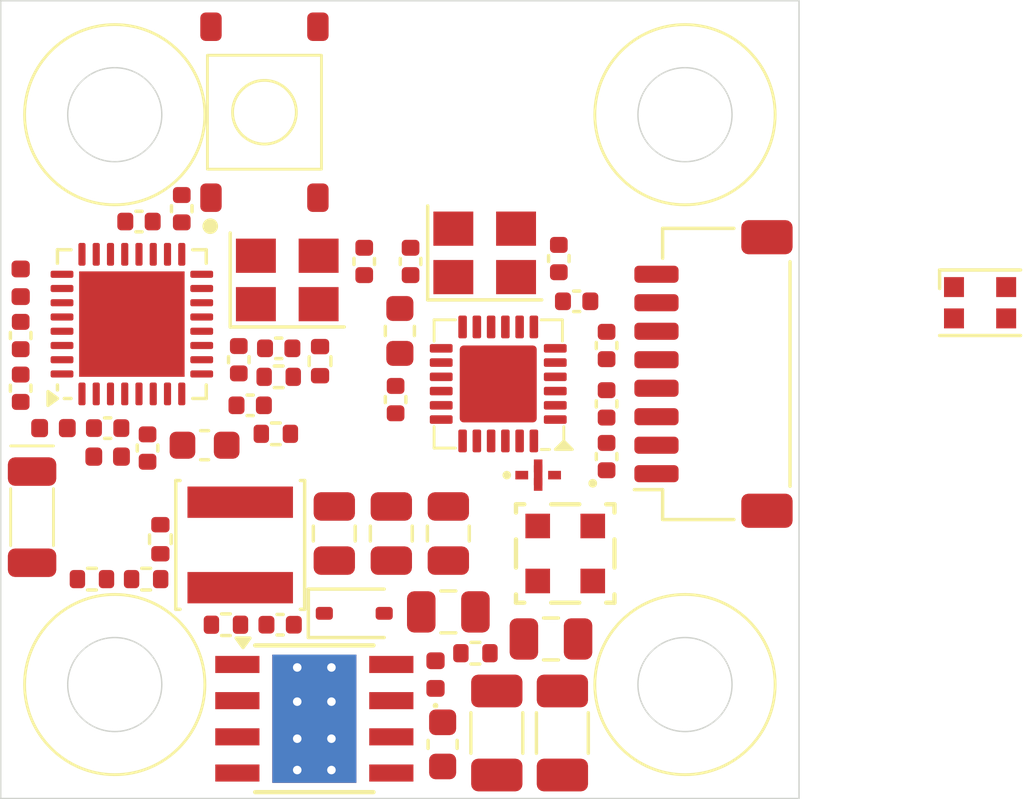
<source format=kicad_pcb>
(kicad_pcb (version 20240108) (generator "pcbnew") (generator_version "8.0")
  (layers (0 "F.Cu" signal) (1 "In1.Cu" signal) (2 "In2.Cu" signal) (31 "B.Cu" signal) (34 "B.Paste" user) (35 "F.Paste" user) (36 "B.SilkS" user "B.Silkscreen") (37 "F.SilkS" user "F.Silkscreen") (38 "B.Mask" user) (39 "F.Mask" user) (44 "Edge.Cuts" user))
  (net 0 "")
  (net 1 "Net-(AE1-A)")
  (net 2 "GND")
  (net 6 "Net-(FL1-OUT)")
  (net 7 "/IO9")
  (net 8 "/EN")
  (net 9 "+3.3V")
  (net 10 "Net-(C7-Pad1)")
  (net 11 "Net-(U1-XTAL_N)")
  (net 12 "+3V3")
  (net 13 "VDD3P3")
  (net 14 "Net-(RF1-VBAT)")
  (net 15 "Net-(RF1-VR_PA)")
  (net 16 "Net-(RF1-DCC_FB)")
  (net 17 "Net-(RF1-XTA)")
  (net 18 "Net-(RF1-XTB)")
  (net 19 "VCC")
  (net 20 "Net-(U3-BOOT)")
  (net 21 "Net-(D2-K)")
  (net 23 "/IO10")
  (net 24 "Net-(D3-A)")
  (net 25 "Net-(FL1-IN)")
  (net 27 "/ESC_Current")
  (net 28 "/ESC_Telemetry")
  (net 30 "/IO3")
  (net 32 "/IO2")
  (net 33 "Net-(U1-LNA_IN)")
  (net 34 "Net-(U1-XTAL_P)")
  (net 35 "Net-(RF1-DCC_SW)")
  (net 36 "/IO8")
  (net 37 "Net-(U3-VSENSE)")
  (net 38 "Net-(R6-Pad1)")
  (net 39 "Net-(R7-Pad1)")
  (net 41 "/IO0")
  (net 43 "/SS")
  (net 44 "/IO1")
  (net 45 "/MISO")
  (net 46 "/MOSI")
  (net 47 "/SCK")
  (net 50 "/USBD-")
  (net 52 "/USBD+")
  (net 54 "/RX")
  (net 55 "/TX")
  (footprint "Capacitor_SMD:C_0402_1005Metric" (layer "F.Cu") (at 54.15 64.7 90)
    (property "Reference" "C11" (hide yes))
    (property "Value" "100n" (hide yes))
    (fp_line (start -0.107836 -0.36) (end 0.107836 -0.36) (stroke (width 0.12)) (layer "F.SilkS"))
    (fp_line (start -0.107836 0.36) (end 0.107836 0.36) (stroke (width 0.12)) (layer "F.SilkS"))
    (pad "1" smd roundrect (at -0.48 0 90) (size 0.56 0.62) (layers "F.Cu" "F.Paste" "F.Mask") (net 12 "+3V3"))
    (pad "2" smd roundrect (at 0.48 0 90) (size 0.56 0.62) (layers "F.Cu" "F.Paste" "F.Mask") (net 2 "GND"))
  )
  (footprint "Resistor_SMD:R_0402_1005Metric" (layer "F.Cu") (at 58.75 62.2 180)
    (property "Reference" "R2" (hide yes))
    (property "Value" "10k" (hide yes))
    (fp_line (start -0.153641 0.38) (end 0.153641 0.38) (stroke (width 0.12)) (layer "F.SilkS"))
    (fp_line (start -0.153641 -0.38) (end 0.153641 -0.38) (stroke (width 0.12)) (layer "F.SilkS"))
    (pad "1" smd roundrect (at -0.51 0 180) (size 0.54 0.64) (layers "F.Cu" "F.Paste" "F.Mask") (net 9 "+3.3V"))
    (pad "2" smd roundrect (at 0.51 0 180) (size 0.54 0.64) (layers "F.Cu" "F.Paste" "F.Mask") (net 36 "/IO8"))
  )
  (footprint "Capacitor_SMD:C_0402_1005Metric" (layer "F.Cu") (at 62.85 63 -90)
    (property "Reference" "C13" (hide yes))
    (property "Value" "100n" (hide yes))
    (fp_line (start -0.107836 0.36) (end 0.107836 0.36) (stroke (width 0.12)) (layer "F.SilkS"))
    (fp_line (start -0.107836 -0.36) (end 0.107836 -0.36) (stroke (width 0.12)) (layer "F.SilkS"))
    (pad "1" smd roundrect (at -0.48 0 270) (size 0.56 0.62) (layers "F.Cu" "F.Paste" "F.Mask") (net 14 "Net-(RF1-VBAT)"))
    (pad "2" smd roundrect (at 0.48 0 270) (size 0.56 0.62) (layers "F.Cu" "F.Paste" "F.Mask") (net 2 "GND"))
  )
  (footprint "Capacitor_SMD:C_0402_1005Metric" (layer "F.Cu") (at 57.75 63.2)
    (property "Reference" "C1" (hide yes))
    (property "Value" "1µ" (hide yes))
    (fp_line (start -0.107836 -0.36) (end 0.107836 -0.36) (stroke (width 0.12)) (layer "F.SilkS"))
    (fp_line (start -0.107836 0.36) (end 0.107836 0.36) (stroke (width 0.12)) (layer "F.SilkS"))
    (pad "1" smd roundrect (at -0.48 0) (size 0.56 0.62) (layers "F.Cu" "F.Paste" "F.Mask") (net 8 "/EN"))
    (pad "2" smd roundrect (at 0.48 0) (size 0.56 0.62) (layers "F.Cu" "F.Paste" "F.Mask") (net 2 "GND"))
  )
  (footprint "Crystal:Crystal_SMD_3225-4Pin_3.2x2.5mm" (layer "F.Cu") (at 65.975 57.85)
    (property "Reference" "Y2" (hide yes))
    (property "Value" "52MHz" (hide yes))
    (fp_line (start -2 -1.65) (end -2 1.65) (stroke (width 0.12)) (layer "F.SilkS"))
    (fp_line (start -2 1.65) (end 2 1.65) (stroke (width 0.12)) (layer "F.SilkS"))
    (pad "1" smd rect (at -1.1 0.85) (size 1.4 1.2) (layers "F.Cu" "F.Paste" "F.Mask") (net 2 "GND"))
    (pad "2" smd rect (at 1.1 0.85) (size 1.4 1.2) (layers "F.Cu" "F.Paste" "F.Mask") (net 17 "Net-(RF1-XTA)"))
    (pad "3" smd rect (at 1.1 -0.85) (size 1.4 1.2) (layers "F.Cu" "F.Paste" "F.Mask") (net 2 "GND"))
    (pad "4" smd rect (at -1.1 -0.85) (size 1.4 1.2) (layers "F.Cu" "F.Paste" "F.Mask") (net 18 "Net-(RF1-XTB)"))
  )
  (footprint "Capacitor_SMD:C_0402_1005Metric" (layer "F.Cu") (at 57.35 61.6 90)
    (property "Reference" "C2" (hide yes))
    (property "Value" "100n" (hide yes))
    (fp_line (start -0.107836 -0.36) (end 0.107836 -0.36) (stroke (width 0.12)) (layer "F.SilkS"))
    (fp_line (start -0.107836 0.36) (end 0.107836 0.36) (stroke (width 0.12)) (layer "F.SilkS"))
    (pad "1" smd roundrect (at -0.48 0 90) (size 0.56 0.62) (layers "F.Cu" "F.Paste" "F.Mask") (net 2 "GND"))
    (pad "2" smd roundrect (at 0.48 0 90) (size 0.56 0.62) (layers "F.Cu" "F.Paste" "F.Mask") (net 9 "+3.3V"))
  )
  (footprint "components:0402 RF Filter" (layer "F.Cu") (at 67.85 65.65)
    (property "Reference" "FL1" (hide yes))
    (property "Value" "~" (hide yes))
    (fp_line (start 0 -0.325) (end 0 0.325) (stroke (width 0.3)) (layer "F.Cu"))
    (fp_circle (center -1.1 0) (end -1 0) (stroke (width 0.1)) (fill solid) (layer "F.SilkS"))
    (pad "1" smd rect (at 0 -0.325 90) (size 0.45 0.3) (layers "F.Cu" "F.Paste" "F.Mask") (net 2 "GND"))
    (pad "2" smd rect (at 0.575 0 180) (size 0.45 0.3) (layers "F.Cu" "F.Paste" "F.Mask") (net 6 "Net-(FL1-OUT)"))
    (pad "3" smd rect (at 0 0.325 90) (size 0.45 0.3) (layers "F.Cu" "F.Paste" "F.Mask") (net 2 "GND"))
    (pad "4" smd rect (at -0.575 0 180) (size 0.45 0.3) (layers "F.Cu" "F.Paste" "F.Mask") (net 25 "Net-(FL1-IN)"))
  )
  (footprint "Capacitor_SMD:C_0402_1005Metric" (layer "F.Cu") (at 58.8 70.9)
    (property "Reference" "C22" (hide yes))
    (property "Value" "10n" (hide yes))
    (fp_line (start -0.107836 -0.36) (end 0.107836 -0.36) (stroke (width 0.12)) (layer "F.SilkS"))
    (fp_line (start -0.107836 0.36) (end 0.107836 0.36) (stroke (width 0.12)) (layer "F.SilkS"))
    (pad "1" smd roundrect (at -0.48 0) (size 0.56 0.62) (layers "F.Cu" "F.Paste" "F.Mask") (net 20 "Net-(U3-BOOT)"))
    (pad "2" smd roundrect (at 0.48 0) (size 0.56 0.62) (layers "F.Cu" "F.Paste" "F.Mask") (net 21 "Net-(D2-K)"))
  )
  (footprint "Resistor_SMD:R_0402_1005Metric" (layer "F.Cu") (at 56.9 70.9)
    (property "Reference" "R8" (hide yes))
    (property "Value" "200" (hide yes))
    (fp_line (start -0.153641 -0.38) (end 0.153641 -0.38) (stroke (width 0.12)) (layer "F.SilkS"))
    (fp_line (start -0.153641 0.38) (end 0.153641 0.38) (stroke (width 0.12)) (layer "F.SilkS"))
    (pad "1" smd roundrect (at -0.51 0) (size 0.54 0.64) (layers "F.Cu" "F.Paste" "F.Mask") (net 37 "Net-(U3-VSENSE)"))
    (pad "2" smd roundrect (at 0.51 0) (size 0.54 0.64) (layers "F.Cu" "F.Paste" "F.Mask") (net 39 "Net-(R7-Pad1)"))
  )
  (footprint "Capacitor_SMD:C_0805_2012Metric" (layer "F.Cu") (at 62.7 67.7 -90)
    (property "Reference" "C24" (hide yes))
    (property "Value" "47µ" (hide yes))
    (fp_line (start -0.261252 0.735) (end 0.261252 0.735) (stroke (width 0.12)) (layer "F.SilkS"))
    (fp_line (start -0.261252 -0.735) (end 0.261252 -0.735) (stroke (width 0.12)) (layer "F.SilkS"))
    (pad "1" smd roundrect (at -0.95 0 270) (size 1 1.45) (layers "F.Cu" "F.Paste" "F.Mask") (net 12 "+3V3"))
    (pad "2" smd roundrect (at 0.95 0 270) (size 1 1.45) (layers "F.Cu" "F.Paste" "F.Mask") (net 2 "GND"))
  )
  (footprint "Resistor_SMD:R_0402_1005Metric" (layer "F.Cu") (at 60.2 61.65 90)
    (property "Reference" "R3" (hide yes))
    (property "Value" "10k" (hide yes))
    (fp_line (start -0.153641 -0.38) (end 0.153641 -0.38) (stroke (width 0.12)) (layer "F.SilkS"))
    (fp_line (start -0.153641 0.38) (end 0.153641 0.38) (stroke (width 0.12)) (layer "F.SilkS"))
    (pad "1" smd roundrect (at -0.51 0 90) (size 0.54 0.64) (layers "F.Cu" "F.Paste" "F.Mask") (net 9 "+3.3V"))
    (pad "2" smd roundrect (at 0.51 0 90) (size 0.54 0.64) (layers "F.Cu" "F.Paste" "F.Mask") (net 7 "/IO9"))
  )
  (footprint "Capacitor_SMD:C_0402_1005Metric" (layer "F.Cu") (at 58.75 61.2)
    (property "Reference" "C8" (hide yes))
    (property "Value" "12n" (hide yes))
    (fp_line (start -0.107836 -0.36) (end 0.107836 -0.36) (stroke (width 0.12)) (layer "F.SilkS"))
    (fp_line (start -0.107836 0.36) (end 0.107836 0.36) (stroke (width 0.12)) (layer "F.SilkS"))
    (pad "1" smd roundrect (at -0.48 0) (size 0.56 0.62) (layers "F.Cu" "F.Paste" "F.Mask") (net 11 "Net-(U1-XTAL_N)"))
    (pad "2" smd roundrect (at 0.48 0) (size 0.56 0.62) (layers "F.Cu" "F.Paste" "F.Mask") (net 2 "GND"))
  )
  (footprint "Connector_JST:JST_SH_SM08B-SRSS-TB_1x08-1MP_P1.00mm_Horizontal" (layer "F.Cu") (at 74 62.1 90)
    (property "Reference" "J1" (hide yes))
    (property "Value" "Conn_01x08_MountingPin" (hide yes))
    (fp_line (start 5.11 -1.785) (end 4.06 -1.785) (stroke (width 0.12)) (layer "F.SilkS"))
    (fp_line (start -4.06 -1.785) (end -4.06 -2.775) (stroke (width 0.12)) (layer "F.SilkS"))
    (fp_line (start -5.11 -1.785) (end -4.06 -1.785) (stroke (width 0.12)) (layer "F.SilkS"))
    (fp_line (start 5.11 0.715) (end 5.11 -1.785) (stroke (width 0.12)) (layer "F.SilkS"))
    (fp_line (start -5.11 0.715) (end -5.11 -1.785) (stroke (width 0.12)) (layer "F.SilkS"))
    (fp_line (start -3.94 2.685) (end 3.94 2.685) (stroke (width 0.12)) (layer "F.SilkS"))
    (pad "1" smd roundrect (at -3.5 -2 90) (size 0.6 1.55) (layers "F.Cu" "F.Paste" "F.Mask") (net 19 "VCC"))
    (pad "2" smd roundrect (at -2.5 -2 90) (size 0.6 1.55) (layers "F.Cu" "F.Paste" "F.Mask") (net 2 "GND"))
    (pad "3" smd roundrect (at -1.5 -2 90) (size 0.6 1.55) (layers "F.Cu" "F.Paste" "F.Mask") (net 27 "/ESC_Current"))
    (pad "4" smd roundrect (at -0.5 -2 90) (size 0.6 1.55) (layers "F.Cu" "F.Paste" "F.Mask") (net 28 "/ESC_Telemetry"))
    (pad "5" smd roundrect (at 0.5 -2 90) (size 0.6 1.55) (layers "F.Cu" "F.Paste" "F.Mask") (net 32 "/IO2"))
    (pad "6" smd roundrect (at 1.5 -2 90) (size 0.6 1.55) (layers "F.Cu" "F.Paste" "F.Mask") (net 30 "/IO3"))
    (pad "7" smd roundrect (at 2.5 -2 90) (size 0.6 1.55) (layers "F.Cu" "F.Paste" "F.Mask"))
    (pad "8" smd roundrect (at 3.5 -2 90) (size 0.6 1.55) (layers "F.Cu" "F.Paste" "F.Mask"))
    (pad "MP" smd roundrect (at -4.8 1.875 90) (size 1.2 1.8) (layers "F.Cu" "F.Paste" "F.Mask") (roundrect_rratio 0.208333))
    (pad "MP" smd roundrect (at 4.8 1.875 90) (size 1.2 1.8) (layers "F.Cu" "F.Paste" "F.Mask") (roundrect_rratio 0.208333))
  )
  (footprint "Resistor_SMD:R_0402_1005Metric" (layer "F.Cu") (at 52.2 69.3 180)
    (property "Reference" "R6" (hide yes))
    (property "Value" "510" (hide yes))
    (fp_line (start -0.153641 0.38) (end 0.153641 0.38) (stroke (width 0.12)) (layer "F.SilkS"))
    (fp_line (start -0.153641 -0.38) (end 0.153641 -0.38) (stroke (width 0.12)) (layer "F.SilkS"))
    (pad "1" smd roundrect (at -0.51 0 180) (size 0.54 0.64) (layers "F.Cu" "F.Paste" "F.Mask") (net 38 "Net-(R6-Pad1)"))
    (pad "2" smd roundrect (at 0.51 0 180) (size 0.54 0.64) (layers "F.Cu" "F.Paste" "F.Mask") (net 2 "GND"))
  )
  (footprint "Capacitor_SMD:C_0805_2012Metric" (layer "F.Cu") (at 64.7 67.7 -90)
    (property "Reference" "C25" (hide yes))
    (property "Value" "47µ" (hide yes))
    (fp_line (start -0.261252 0.735) (end 0.261252 0.735) (stroke (width 0.12)) (layer "F.SilkS"))
    (fp_line (start -0.261252 -0.735) (end 0.261252 -0.735) (stroke (width 0.12)) (layer "F.SilkS"))
    (pad "1" smd roundrect (at -0.95 0 270) (size 1 1.45) (layers "F.Cu" "F.Paste" "F.Mask") (net 12 "+3V3"))
    (pad "2" smd roundrect (at 0.95 0 270) (size 1 1.45) (layers "F.Cu" "F.Paste" "F.Mask") (net 2 "GND"))
  )
  (footprint "Capacitor_SMD:C_0402_1005Metric" (layer "F.Cu") (at 52.75 64)
    (property "Reference" "C10" (hide yes))
    (property "Value" "1µ" (hide yes))
    (fp_line (start -0.107836 -0.36) (end 0.107836 -0.36) (stroke (width 0.12)) (layer "F.SilkS"))
    (fp_line (start -0.107836 0.36) (end 0.107836 0.36) (stroke (width 0.12)) (layer "F.SilkS"))
    (pad "1" smd roundrect (at -0.48 0) (size 0.56 0.62) (layers "F.Cu" "F.Paste" "F.Mask") (net 13 "VDD3P3"))
    (pad "2" smd roundrect (at 0.48 0) (size 0.56 0.62) (layers "F.Cu" "F.Paste" "F.Mask") (net 2 "GND"))
  )
  (footprint "Capacitor_SMD:C_0402_1005Metric" (layer "F.Cu") (at 53.85 56.75)
    (property "Reference" "C4" (hide yes))
    (property "Value" "1µ" (hide yes))
    (fp_line (start -0.107836 -0.36) (end 0.107836 -0.36) (stroke (width 0.12)) (layer "F.SilkS"))
    (fp_line (start -0.107836 0.36) (end 0.107836 0.36) (stroke (width 0.12)) (layer "F.SilkS"))
    (pad "1" smd roundrect (at -0.48 0) (size 0.56 0.62) (layers "F.Cu" "F.Paste" "F.Mask") (net 2 "GND"))
    (pad "2" smd roundrect (at 0.48 0) (size 0.56 0.62) (layers "F.Cu" "F.Paste" "F.Mask") (net 9 "+3.3V"))
  )
  (footprint "LED_SMD:LED_0402_1005Metric" (layer "F.Cu") (at 64.25 72.65 90)
    (property "Reference" "D3" (hide yes))
    (property "Value" "LED" (hide yes))
    (fp_circle (center -1.09 0) (end -1.04 0) (stroke (width 0.1)) (fill none) (layer "F.SilkS"))
    (pad "1" smd roundrect (at -0.485 0 90) (size 0.59 0.64) (layers "F.Cu" "F.Paste" "F.Mask") (net 2 "GND"))
    (pad "2" smd roundrect (at 0.485 0 90) (size 0.59 0.64) (layers "F.Cu" "F.Paste" "F.Mask") (net 24 "Net-(D3-A)"))
  )
  (footprint "Inductor_SMD:L_Changjiang_FNR4012S" (layer "F.Cu") (at 57.4 68.1 90)
    (property "Reference" "L6" (hide yes))
    (property "Value" "33µH" (hide yes))
    (fp_line (start 2.26 -2.26) (end 2.26 -2.11) (stroke (width 0.12)) (layer "F.SilkS"))
    (fp_line (start -2.26 -2.26) (end 2.26 -2.26) (stroke (width 0.12)) (layer "F.SilkS"))
    (fp_line (start -2.26 -2.26) (end -2.26 -2.11) (stroke (width 0.12)) (layer "F.SilkS"))
    (fp_line (start 2.26 2.26) (end 2.26 2.11) (stroke (width 0.12)) (layer "F.SilkS"))
    (fp_line (start -2.26 2.26) (end -2.26 2.11) (stroke (width 0.12)) (layer "F.SilkS"))
    (fp_line (start -2.26 2.26) (end 2.26 2.26) (stroke (width 0.12)) (layer "F.SilkS"))
    (pad "1" smd rect (at -1.5 0 90) (size 1.1 3.7) (layers "F.Cu" "F.Paste" "F.Mask") (net 21 "Net-(D2-K)"))
    (pad "2" smd rect (at 1.5 0 90) (size 1.1 3.7) (layers "F.Cu" "F.Paste" "F.Mask") (net 12 "+3V3"))
  )
  (footprint "Resistor_SMD:R_0402_1005Metric" (layer "F.Cu") (at 65.65 71.9 180)
    (property "Reference" "R4" (hide yes))
    (property "Value" "R" (hide yes))
    (fp_line (start -0.153641 0.38) (end 0.153641 0.38) (stroke (width 0.12)) (layer "F.SilkS"))
    (fp_line (start -0.153641 -0.38) (end 0.153641 -0.38) (stroke (width 0.12)) (layer "F.SilkS"))
    (pad "1" smd roundrect (at -0.51 0 180) (size 0.54 0.64) (layers "F.Cu" "F.Paste" "F.Mask") (net 12 "+3V3"))
    (pad "2" smd roundrect (at 0.51 0 180) (size 0.54 0.64) (layers "F.Cu" "F.Paste" "F.Mask") (net 24 "Net-(D3-A)"))
  )
  (footprint "Inductor_SMD:L_0603_1608Metric" (layer "F.Cu") (at 63 60.59 -90)
    (property "Reference" "L5" (hide yes))
    (property "Value" "15µH" (hide yes))
    (fp_line (start -0.162779 0.51) (end 0.162779 0.51) (stroke (width 0.12)) (layer "F.SilkS"))
    (fp_line (start -0.162779 -0.51) (end 0.162779 -0.51) (stroke (width 0.12)) (layer "F.SilkS"))
    (pad "1" smd roundrect (at -0.7875 0 270) (size 0.875 0.95) (layers "F.Cu" "F.Paste" "F.Mask") (net 16 "Net-(RF1-DCC_FB)"))
    (pad "2" smd roundrect (at 0.7875 0 270) (size 0.875 0.95) (layers "F.Cu" "F.Paste" "F.Mask") (net 35 "Net-(RF1-DCC_SW)"))
  )
  (footprint "Package_DFN_QFN:QFN-32-1EP_5x5mm_P0.5mm_EP3.7x3.7mm" (layer "F.Cu") (at 53.6 60.35 90)
    (property "Reference" "U1" (hide yes))
    (property "Value" "ESP32-C3" (hide yes))
    (fp_line (start 2.61 -2.61) (end 2.61 -2.135) (stroke (width 0.12)) (layer "F.SilkS"))
    (fp_line (start 2.135 -2.61) (end 2.61 -2.61) (stroke (width 0.12)) (layer "F.SilkS"))
    (fp_line (start -2.135 -2.61) (end -2.31 -2.61) (stroke (width 0.12)) (layer "F.SilkS"))
    (fp_line (start -2.61 -2.135) (end -2.61 -2.37) (stroke (width 0.12)) (layer "F.SilkS"))
    (fp_line (start 2.61 2.61) (end 2.61 2.135) (stroke (width 0.12)) (layer "F.SilkS"))
    (fp_line (start 2.135 2.61) (end 2.61 2.61) (stroke (width 0.12)) (layer "F.SilkS"))
    (fp_line (start -2.135 2.61) (end -2.61 2.61) (stroke (width 0.12)) (layer "F.SilkS"))
    (fp_line (start -2.61 2.61) (end -2.61 2.135) (stroke (width 0.12)) (layer "F.SilkS"))
    (fp_poly (pts (xy -2.61 -2.61) (xy -2.85 -2.94) (xy -2.37 -2.94) (xy -2.61 -2.61)) (stroke (width 0.12)) (fill solid) (layer "F.SilkS"))
    (pad "1" smd roundrect (at -2.45 -1.75 90) (size 0.8 0.25) (layers "F.Cu" "F.Paste" "F.Mask") (net 33 "Net-(U1-LNA_IN)"))
    (pad "2" smd roundrect (at -2.45 -1.25 90) (size 0.8 0.25) (layers "F.Cu" "F.Paste" "F.Mask") (net 13 "VDD3P3"))
    (pad "3" smd roundrect (at -2.45 -0.75 90) (size 0.8 0.25) (layers "F.Cu" "F.Paste" "F.Mask") (net 13 "VDD3P3"))
    (pad "4" smd roundrect (at -2.45 -0.25 90) (size 0.8 0.25) (layers "F.Cu" "F.Paste" "F.Mask") (net 41 "/IO0"))
    (pad "5" smd roundrect (at -2.45 0.25 90) (size 0.8 0.25) (layers "F.Cu" "F.Paste" "F.Mask") (net 44 "/IO1"))
    (pad "6" smd roundrect (at -2.45 0.75 90) (size 0.8 0.25) (layers "F.Cu" "F.Paste" "F.Mask") (net 32 "/IO2"))
    (pad "7" smd roundrect (at -2.45 1.25 90) (size 0.8 0.25) (layers "F.Cu" "F.Paste" "F.Mask") (net 8 "/EN"))
    (pad "8" smd roundrect (at -2.45 1.75 90) (size 0.8 0.25) (layers "F.Cu" "F.Paste" "F.Mask") (net 30 "/IO3"))
    (pad "9" smd roundrect (at -1.75 2.45 90) (size 0.25 0.8) (layers "F.Cu" "F.Paste" "F.Mask") (net 43 "/SS"))
    (pad "10" smd roundrect (at -1.25 2.45 90) (size 0.25 0.8) (layers "F.Cu" "F.Paste" "F.Mask") (net 45 "/MISO"))
    (pad "11" smd roundrect (at -0.75 2.45 90) (size 0.25 0.8) (layers "F.Cu" "F.Paste" "F.Mask") (net 9 "+3.3V"))
    (pad "12" smd roundrect (at -0.25 2.45 90) (size 0.25 0.8) (layers "F.Cu" "F.Paste" "F.Mask") (net 47 "/SCK"))
    (pad "13" smd roundrect (at 0.25 2.45 90) (size 0.25 0.8) (layers "F.Cu" "F.Paste" "F.Mask") (net 46 "/MOSI"))
    (pad "14" smd roundrect (at 0.75 2.45 90) (size 0.25 0.8) (layers "F.Cu" "F.Paste" "F.Mask") (net 36 "/IO8"))
    (pad "15" smd roundrect (at 1.25 2.45 90) (size 0.25 0.8) (layers "F.Cu" "F.Paste" "F.Mask") (net 7 "/IO9"))
    (pad "16" smd roundrect (at 1.75 2.45 90) (size 0.25 0.8) (layers "F.Cu" "F.Paste" "F.Mask") (net 23 "/IO10"))
    (pad "17" smd roundrect (at 2.45 1.75 90) (size 0.8 0.25) (layers "F.Cu" "F.Paste" "F.Mask") (net 9 "+3.3V"))
    (pad "18" smd roundrect (at 2.45 1.25 90) (size 0.8 0.25) (layers "F.Cu" "F.Paste" "F.Mask") (net 9 "+3.3V"))
    (pad "19" smd roundrect (at 2.45 0.75 90) (size 0.8 0.25) (layers "F.Cu" "F.Paste" "F.Mask"))
    (pad "20" smd roundrect (at 2.45 0.25 90) (size 0.8 0.25) (layers "F.Cu" "F.Paste" "F.Mask"))
    (pad "21" smd roundrect (at 2.45 -0.25 90) (size 0.8 0.25) (layers "F.Cu" "F.Paste" "F.Mask"))
    (pad "22" smd roundrect (at 2.45 -0.75 90) (size 0.8 0.25) (layers "F.Cu" "F.Paste" "F.Mask"))
    (pad "23" smd roundrect (at 2.45 -1.25 90) (size 0.8 0.25) (layers "F.Cu" "F.Paste" "F.Mask"))
    (pad "24" smd roundrect (at 2.45 -1.75 90) (size 0.8 0.25) (layers "F.Cu" "F.Paste" "F.Mask"))
    (pad "25" smd roundrect (at 1.75 -2.45 90) (size 0.25 0.8) (layers "F.Cu" "F.Paste" "F.Mask") (net 50 "/USBD-"))
    (pad "26" smd roundrect (at 1.25 -2.45 90) (size 0.25 0.8) (layers "F.Cu" "F.Paste" "F.Mask") (net 52 "/USBD+"))
    (pad "27" smd roundrect (at 0.75 -2.45 90) (size 0.25 0.8) (layers "F.Cu" "F.Paste" "F.Mask") (net 54 "/RX"))
    (pad "28" smd roundrect (at 0.25 -2.45 90) (size 0.25 0.8) (layers "F.Cu" "F.Paste" "F.Mask") (net 55 "/TX"))
    (pad "29" smd roundrect (at -0.25 -2.45 90) (size 0.25 0.8) (layers "F.Cu" "F.Paste" "F.Mask") (net 11 "Net-(U1-XTAL_N)"))
    (pad "30" smd roundrect (at -0.75 -2.45 90) (size 0.25 0.8) (layers "F.Cu" "F.Paste" "F.Mask") (net 34 "Net-(U1-XTAL_P)"))
    (pad "31" smd roundrect (at -1.25 -2.45 90) (size 0.25 0.8) (layers "F.Cu" "F.Paste" "F.Mask") (net 9 "+3.3V"))
    (pad "32" smd roundrect (at -1.75 -2.45 90) (size 0.25 0.8) (layers "F.Cu" "F.Paste" "F.Mask") (net 9 "+3.3V"))
    (pad "33" smd rect (at 0 0 90) (size 3.7 3.7) (property pad_prop_heatsink) (layers "F.Cu" "F.Mask") (net 2 "GND"))
  )
  (footprint "Capacitor_SMD:C_1206_3216Metric" (layer "F.Cu") (at 66.4 74.7 -90)
    (property "Reference" "C20" (hide yes))
    (property "Value" "22µ" (hide yes))
    (fp_line (start -0.711252 0.91) (end 0.711252 0.91) (stroke (width 0.12)) (layer "F.SilkS"))
    (fp_line (start -0.711252 -0.91) (end 0.711252 -0.91) (stroke (width 0.12)) (layer "F.SilkS"))
    (pad "1" smd roundrect (at -1.475 0 270) (size 1.15 1.8) (layers "F.Cu" "F.Paste" "F.Mask") (roundrect_rratio 0.217391) (net 19 "VCC"))
    (pad "2" smd roundrect (at 1.475 0 270) (size 1.15 1.8) (layers "F.Cu" "F.Paste" "F.Mask") (roundrect_rratio 0.217391) (net 2 "GND"))
  )
  (footprint "Capacitor_SMD:C_0805_2012Metric" (layer "F.Cu") (at 64.7 70.45 180)
    (property "Reference" "C26" (hide yes))
    (property "Value" "47µ" (hide yes))
    (fp_line (start -0.261252 0.735) (end 0.261252 0.735) (stroke (width 0.12)) (layer "F.SilkS"))
    (fp_line (start -0.261252 -0.735) (end 0.261252 -0.735) (stroke (width 0.12)) (layer "F.SilkS"))
    (pad "1" smd roundrect (at -0.95 0 180) (size 1 1.45) (layers "F.Cu" "F.Paste" "F.Mask") (net 12 "+3V3"))
    (pad "2" smd roundrect (at 0.95 0 180) (size 1 1.45) (layers "F.Cu" "F.Paste" "F.Mask") (net 2 "GND"))
  )
  (footprint "LED_SMD:LED_WS2812B-2020_PLCC4_2.0x2.0mm" (layer "F.Cu") (at 83.35 59.6)
    (property "Reference" "D1" (hide yes))
    (property "Value" "WS2812B-2020" (hide yes))
    (fp_line (start -1.42 -1.15) (end -1.42 -0.5) (stroke (width 0.12)) (layer "F.SilkS"))
    (fp_line (start -1.42 -1.15) (end 1.42 -1.15) (stroke (width 0.12)) (layer "F.SilkS"))
    (fp_line (start -1.42 1.15) (end 1.42 1.15) (stroke (width 0.12)) (layer "F.SilkS"))
    (pad "1" smd rect (at -0.915 -0.55) (size 0.7 0.7) (layers "F.Cu" "F.Paste" "F.Mask"))
    (pad "2" smd rect (at -0.915 0.55) (size 0.7 0.7) (layers "F.Cu" "F.Paste" "F.Mask") (net 2 "GND"))
    (pad "3" smd rect (at 0.915 0.55) (size 0.7 0.7) (layers "F.Cu" "F.Paste" "F.Mask") (net 23 "/IO10"))
    (pad "4" smd rect (at 0.915 -0.55) (size 0.7 0.7) (layers "F.Cu" "F.Paste" "F.Mask") (net 12 "+3V3"))
  )
  (footprint "Package_SO:TI_SO-PowerPAD-8_ThermalVias" (layer "F.Cu") (at 60 74.2)
    (property "Reference" "U3" (hide yes))
    (property "Value" "TPS5430DDA" (hide yes))
    (fp_line (start -2.075 -2.575) (end 2.075 -2.575) (stroke (width 0.15)) (layer "F.SilkS"))
    (fp_line (start -2.075 2.575) (end 2.075 2.575) (stroke (width 0.15)) (layer "F.SilkS"))
    (fp_poly (pts (xy -2.5 -2.5) (xy -2.74 -2.83) (xy -2.26 -2.83) (xy -2.5 -2.5)) (stroke (width 0.12)) (fill solid) (layer "F.SilkS"))
    (pad "1" smd rect (at -2.7 -1.905) (size 1.55 0.6) (layers "F.Cu" "F.Paste" "F.Mask") (net 20 "Net-(U3-BOOT)"))
    (pad "2" smd rect (at -2.7 -0.635) (size 1.55 0.6) (layers "F.Cu" "F.Paste" "F.Mask"))
    (pad "3" smd rect (at -2.7 0.635) (size 1.55 0.6) (layers "F.Cu" "F.Paste" "F.Mask"))
    (pad "4" smd rect (at -2.7 1.905) (size 1.55 0.6) (layers "F.Cu" "F.Paste" "F.Mask") (net 37 "Net-(U3-VSENSE)"))
    (pad "5" smd rect (at 2.7 1.905) (size 1.55 0.6) (layers "F.Cu" "F.Paste" "F.Mask"))
    (pad "6" smd rect (at 2.7 0.635) (size 1.55 0.6) (layers "F.Cu" "F.Paste" "F.Mask") (net 2 "GND"))
    (pad "7" smd rect (at 2.7 -0.635) (size 1.55 0.6) (layers "F.Cu" "F.Paste" "F.Mask") (net 19 "VCC"))
    (pad "8" smd rect (at 2.7 -1.905) (size 1.55 0.6) (layers "F.Cu" "F.Paste" "F.Mask") (net 21 "Net-(D2-K)"))
    (pad "9" thru_hole circle (at -0.6 -1.8) (size 0.6 0.6) (drill 0.3) (layers "*.Cu") (net 2 "GND"))
    (pad "9" thru_hole circle (at -0.6 -0.6) (size 0.6 0.6) (drill 0.3) (layers "*.Cu") (net 2 "GND"))
    (pad "9" thru_hole circle (at -0.6 0.7) (size 0.6 0.6) (drill 0.3) (layers "*.Cu") (net 2 "GND"))
    (pad "9" thru_hole circle (at -0.6 1.8) (size 0.6 0.6) (drill 0.3) (layers "*.Cu") (net 2 "GND"))
    (pad "9" smd rect (at 0 0) (size 2.6 3.1) (layers "F.Cu" "F.Paste" "F.Mask") (net 2 "GND"))
    (pad "9" smd rect (at 0 0) (size 2.95 4.5) (layers "F.Cu") (net 2 "GND"))
    (pad "9" smd rect (at 0 0) (size 2.95 4.5) (layers "B.Cu") (net 2 "GND"))
    (pad "9" thru_hole circle (at 0.6 -1.8) (size 0.6 0.6) (drill 0.3) (layers "*.Cu") (net 2 "GND"))
    (pad "9" thru_hole circle (at 0.6 -0.6) (size 0.6 0.6) (drill 0.3) (layers "*.Cu") (net 2 "GND"))
    (pad "9" thru_hole circle (at 0.6 0.7) (size 0.6 0.6) (drill 0.3) (layers "*.Cu") (net 2 "GND"))
    (pad "9" thru_hole circle (at 0.6 1.8) (size 0.6 0.6) (drill 0.3) (layers "*.Cu") (net 2 "GND"))
  )
  (footprint "Capacitor_SMD:C_0805_2012Metric" (layer "F.Cu") (at 60.7 67.7 -90)
    (property "Reference" "C23" (hide yes))
    (property "Value" "47µ" (hide yes))
    (fp_line (start -0.261252 0.735) (end 0.261252 0.735) (stroke (width 0.12)) (layer "F.SilkS"))
    (fp_line (start -0.261252 -0.735) (end 0.261252 -0.735) (stroke (width 0.12)) (layer "F.SilkS"))
    (pad "1" smd roundrect (at -0.95 0 270) (size 1 1.45) (layers "F.Cu" "F.Paste" "F.Mask") (net 12 "+3V3"))
    (pad "2" smd roundrect (at 0.95 0 270) (size 1 1.45) (layers "F.Cu" "F.Paste" "F.Mask") (net 2 "GND"))
  )
  (footprint "Capacitor_SMD:C_0603_1608Metric" (layer "F.Cu") (at 64.5 75.1 -90)
    (property "Reference" "C21" (hide yes))
    (property "Value" "10µ" (hide yes))
    (fp_line (start -0.14058 0.51) (end 0.14058 0.51) (stroke (width 0.12)) (layer "F.SilkS"))
    (fp_line (start -0.14058 -0.51) (end 0.14058 -0.51) (stroke (width 0.12)) (layer "F.SilkS"))
    (pad "1" smd roundrect (at -0.775 0 270) (size 0.9 0.95) (layers "F.Cu" "F.Paste" "F.Mask") (net 19 "VCC"))
    (pad "2" smd roundrect (at 0.775 0 270) (size 0.9 0.95) (layers "F.Cu" "F.Paste" "F.Mask") (net 2 "GND"))
  )
  (footprint "Inductor_SMD:L_0402_1005Metric" (layer "F.Cu") (at 52.75 65 180)
    (property "Reference" "L1" (hide yes))
    (property "Value" "2.0n" (hide yes))
    (pad "1" smd roundrect (at -0.485 0 180) (size 0.59 0.64) (layers "F.Cu" "F.Paste" "F.Mask") (net 12 "+3V3"))
    (pad "2" smd roundrect (at 0.485 0 180) (size 0.59 0.64) (layers "F.Cu" "F.Paste" "F.Mask") (net 13 "VDD3P3"))
  )
  (footprint "Capacitor_SMD:C_0402_1005Metric" (layer "F.Cu") (at 61.75 58.15 -90)
    (property "Reference" "C7" (hide yes))
    (property "Value" "12n" (hide yes))
    (fp_line (start -0.107836 0.36) (end 0.107836 0.36) (stroke (width 0.12)) (layer "F.SilkS"))
    (fp_line (start -0.107836 -0.36) (end 0.107836 -0.36) (stroke (width 0.12)) (layer "F.SilkS"))
    (pad "1" smd roundrect (at -0.48 0 270) (size 0.56 0.62) (layers "F.Cu" "F.Paste" "F.Mask") (net 10 "Net-(C7-Pad1)"))
    (pad "2" smd roundrect (at 0.48 0 270) (size 0.56 0.62) (layers "F.Cu" "F.Paste" "F.Mask") (net 2 "GND"))
  )
  (footprint "components:1206 antenna" (layer "F.Cu") (at 50.1 67.125 -90)
    (property "Reference" "AE1" (hide yes))
    (property "Value" "Antenna_Shield" (hide yes))
    (fp_line (start -1 0.75) (end 1 0.75) (stroke (width 0.1)) (layer "F.SilkS"))
    (fp_line (start -2.5 -0.75) (end -2.5 0.75) (stroke (width 0.1)) (layer "F.SilkS"))
    (fp_line (start -1 -0.75) (end 1 -0.75) (stroke (width 0.1)) (layer "F.SilkS"))
    (pad "1" smd roundrect (at -1.6 0 270) (size 1 1.7) (layers "F.Cu" "F.Paste" "F.Mask") (net 1 "Net-(AE1-A)"))
    (pad "2" smd roundrect (at 1.6 0 270) (size 1 1.7) (layers "F.Cu" "F.Paste" "F.Mask"))
  )
  (footprint "components:button" (layer "F.Cu") (at 58.25 52.913196 90)
    (property "Reference" "BN1" (hide yes))
    (property "Value" "~" (hide yes))
    (fp_rect (start -2 -2) (end 2 2) (stroke (width 0.1)) (fill none) (layer "F.SilkS"))
    (fp_circle (center -4 -1.9) (end -3.776393 -1.9) (stroke (width 0.1)) (fill solid) (layer "F.SilkS"))
    (fp_circle (center 0 0) (end 0.5 -1) (stroke (width 0.1)) (fill none) (layer "F.SilkS"))
    (pad "1" smd roundrect (at -3 -1.875 90) (size 1 0.75) (layers "F.Cu" "F.Paste" "F.Mask") (net 7 "/IO9"))
    (pad "2" smd roundrect (at 3 -1.875 90) (size 1 0.75) (layers "F.Cu" "F.Paste" "F.Mask") (net 7 "/IO9"))
    (pad "3" smd roundrect (at -3 1.875 90) (size 1 0.75) (layers "F.Cu" "F.Paste" "F.Mask") (net 2 "GND"))
    (pad "4" smd roundrect (at 3 1.875 90) (size 1 0.75) (layers "F.Cu" "F.Paste" "F.Mask") (net 2 "GND"))
  )
  (footprint "components:ANT_47948-0001_MOL" (layer "F.Cu") (at 68.8 68.4 -90)
    (property "Reference" "AE2" (hide yes))
    (property "Value" "0479480001" (hide yes))
    (fp_line (start -1.7272 1.7272) (end -1.436387 1.7272) (stroke (width 0.1524)) (layer "F.SilkS"))
    (fp_line (start -0.494013 1.7272) (end 0.494013 1.7272) (stroke (width 0.1524)) (layer "F.SilkS"))
    (fp_line (start 1.436387 1.7272) (end 1.7272 1.7272) (stroke (width 0.1524)) (layer "F.SilkS"))
    (fp_line (start 1.7272 1.7272) (end 1.7272 1.437834) (stroke (width 0.1524)) (layer "F.SilkS"))
    (fp_line (start -1.7272 1.437834) (end -1.7272 1.7272) (stroke (width 0.1524)) (layer "F.SilkS"))
    (fp_line (start 1.7272 0.492164) (end 1.7272 -0.492164) (stroke (width 0.1524)) (layer "F.SilkS"))
    (fp_line (start -1.7272 -0.492164) (end -1.7272 0.492164) (stroke (width 0.1524)) (layer "F.SilkS"))
    (fp_line (start 1.7272 -1.437834) (end 1.7272 -1.7272) (stroke (width 0.1524)) (layer "F.SilkS"))
    (fp_line (start -1.7272 -1.7272) (end -1.7272 -1.437834) (stroke (width 0.1524)) (layer "F.SilkS"))
    (fp_line (start -1.436387 -1.7272) (end -1.7272 -1.7272) (stroke (width 0.1524)) (layer "F.SilkS"))
    (fp_line (start 0.494013 -1.7272) (end -0.494013 -1.7272) (stroke (width 0.1524)) (layer "F.SilkS"))
    (fp_line (start 1.7272 -1.7272) (end 1.436387 -1.7272) (stroke (width 0.1524)) (layer "F.SilkS"))
    (fp_circle (center -2.4636 -0.965) (end -2.3874 -0.965) (stroke (width 0.1524)) (fill none) (layer "F.SilkS"))
    (pad "1" smd rect (at -0.9652 -0.964999 270) (size 0.8636 0.8636) (layers "F.Cu" "F.Paste" "F.Mask") (net 6 "Net-(FL1-OUT)"))
    (pad "2" smd rect (at -0.9652 0.964999 270) (size 0.8636 0.8636) (layers "F.Cu" "F.Paste" "F.Mask"))
    (pad "3" smd rect (at 0.9652 0.964999 270) (size 0.8636 0.8636) (layers "F.Cu" "F.Paste" "F.Mask"))
    (pad "4" smd rect (at 0.9652 -0.964999 270) (size 0.8636 0.8636) (layers "F.Cu" "F.Paste" "F.Mask"))
  )
  (footprint "Capacitor_SMD:C_0402_1005Metric" (layer "F.Cu") (at 49.7 60.75 -90)
    (property "Reference" "C5" (hide yes))
    (property "Value" "10n" (hide yes))
    (fp_line (start -0.107836 0.36) (end 0.107836 0.36) (stroke (width 0.12)) (layer "F.SilkS"))
    (fp_line (start -0.107836 -0.36) (end 0.107836 -0.36) (stroke (width 0.12)) (layer "F.SilkS"))
    (pad "1" smd roundrect (at -0.48 0 270) (size 0.56 0.62) (layers "F.Cu" "F.Paste" "F.Mask") (net 2 "GND"))
    (pad "2" smd roundrect (at 0.48 0 270) (size 0.56 0.62) (layers "F.Cu" "F.Paste" "F.Mask") (net 9 "+3.3V"))
  )
  (footprint "Capacitor_SMD:C_1206_3216Metric" (layer "F.Cu") (at 68.7 74.7 -90)
    (property "Reference" "C19" (hide yes))
    (property "Value" "22µ" (hide yes))
    (fp_line (start -0.711252 0.91) (end 0.711252 0.91) (stroke (width 0.12)) (layer "F.SilkS"))
    (fp_line (start -0.711252 -0.91) (end 0.711252 -0.91) (stroke (width 0.12)) (layer "F.SilkS"))
    (pad "1" smd roundrect (at -1.475 0 270) (size 1.15 1.8) (layers "F.Cu" "F.Paste" "F.Mask") (roundrect_rratio 0.217391) (net 19 "VCC"))
    (pad "2" smd roundrect (at 1.475 0 270) (size 1.15 1.8) (layers "F.Cu" "F.Paste" "F.Mask") (roundrect_rratio 0.217391) (net 2 "GND"))
  )
  (footprint "Capacitor_SMD:C_0402_1005Metric" (layer "F.Cu") (at 69.2 59.55 180)
    (property "Reference" "C12" (hide yes))
    (property "Value" "100n" (hide yes))
    (fp_line (start -0.107836 0.36) (end 0.107836 0.36) (stroke (width 0.12)) (layer "F.SilkS"))
    (fp_line (start -0.107836 -0.36) (end 0.107836 -0.36) (stroke (width 0.12)) (layer "F.SilkS"))
    (pad "1" smd roundrect (at -0.48 0 180) (size 0.56 0.62) (layers "F.Cu" "F.Paste" "F.Mask") (net 14 "Net-(RF1-VBAT)"))
    (pad "2" smd roundrect (at 0.48 0 180) (size 0.56 0.62) (layers "F.Cu" "F.Paste" "F.Mask") (net 2 "GND"))
  )
  (footprint "Capacitor_SMD:C_0402_1005Metric" (layer "F.Cu") (at 55.35 56.3 -90)
    (property "Reference" "C3" (hide yes))
    (property "Value" "100n" (hide yes))
    (fp_line (start -0.107836 0.36) (end 0.107836 0.36) (stroke (width 0.12)) (layer "F.SilkS"))
    (fp_line (start -0.107836 -0.36) (end 0.107836 -0.36) (stroke (width 0.12)) (layer "F.SilkS"))
    (pad "1" smd roundrect (at -0.48 0 270) (size 0.56 0.62) (layers "F.Cu" "F.Paste" "F.Mask") (net 2 "GND"))
    (pad "2" smd roundrect (at 0.48 0 270) (size 0.56 0.62) (layers "F.Cu" "F.Paste" "F.Mask") (net 9 "+3.3V"))
  )
  (footprint "Resistor_SMD:R_0402_1005Metric" (layer "F.Cu") (at 54.1 69.3 180)
    (property "Reference" "R7" (hide yes))
    (property "Value" "5k1" (hide yes))
    (fp_line (start -0.153641 0.38) (end 0.153641 0.38) (stroke (width 0.12)) (layer "F.SilkS"))
    (fp_line (start -0.153641 -0.38) (end 0.153641 -0.38) (stroke (width 0.12)) (layer "F.SilkS"))
    (pad "1" smd roundrect (at -0.51 0 180) (size 0.54 0.64) (layers "F.Cu" "F.Paste" "F.Mask") (net 39 "Net-(R7-Pad1)"))
    (pad "2" smd roundrect (at 0.51 0 180) (size 0.54 0.64) (layers "F.Cu" "F.Paste" "F.Mask") (net 38 "Net-(R6-Pad1)"))
  )
  (footprint "Capacitor_SMD:C_0402_1005Metric" (layer "F.Cu") (at 70.25 63.15 -90)
    (property "Reference" "C16" (hide yes))
    (property "Value" "10n" (hide yes))
    (fp_line (start -0.107836 0.36) (end 0.107836 0.36) (stroke (width 0.12)) (layer "F.SilkS"))
    (fp_line (start -0.107836 -0.36) (end 0.107836 -0.36) (stroke (width 0.12)) (layer "F.SilkS"))
    (pad "1" smd roundrect (at -0.48 0 270) (size 0.56 0.62) (layers "F.Cu" "F.Paste" "F.Mask") (net 2 "GND"))
    (pad "2" smd roundrect (at 0.48 0 270) (size 0.56 0.62) (layers "F.Cu" "F.Paste" "F.Mask") (net 16 "Net-(RF1-DCC_FB)"))
  )
  (footprint "Capacitor_SMD:C_0402_1005Metric" (layer "F.Cu") (at 63.375 58.15 -90)
    (property "Reference" "C18" (hide yes))
    (property "Value" "TBD" (hide yes))
    (fp_line (start -0.107836 0.36) (end 0.107836 0.36) (stroke (width 0.12)) (layer "F.SilkS"))
    (fp_line (start -0.107836 -0.36) (end 0.107836 -0.36) (stroke (width 0.12)) (layer "F.SilkS"))
    (pad "1" smd roundrect (at -0.48 0 270) (size 0.56 0.62) (layers "F.Cu" "F.Paste" "F.Mask") (net 18 "Net-(RF1-XTB)"))
    (pad "2" smd roundrect (at 0.48 0 270) (size 0.56 0.62) (layers "F.Cu" "F.Paste" "F.Mask") (net 2 "GND"))
  )
  (footprint "Capacitor_SMD:C_0402_1005Metric" (layer "F.Cu") (at 70.25 61.1 -90)
    (property "Reference" "C15" (hide yes))
    (property "Value" "470n" (hide yes))
    (fp_line (start -0.107836 0.36) (end 0.107836 0.36) (stroke (width 0.12)) (layer "F.SilkS"))
    (fp_line (start -0.107836 -0.36) (end 0.107836 -0.36) (stroke (width 0.12)) (layer "F.SilkS"))
    (pad "1" smd roundrect (at -0.48 0 270) (size 0.56 0.62) (layers "F.Cu" "F.Paste" "F.Mask") (net 16 "Net-(RF1-DCC_FB)"))
    (pad "2" smd roundrect (at 0.48 0 270) (size 0.56 0.62) (layers "F.Cu" "F.Paste" "F.Mask") (net 2 "GND"))
  )
  (footprint "Inductor_SMD:L_0402_1005Metric" (layer "F.Cu") (at 50.85 64 180)
    (property "Reference" "L2" (hide yes))
    (property "Value" "2.0nH" (hide yes))
    (pad "1" smd roundrect (at -0.485 0 180) (size 0.59 0.64) (layers "F.Cu" "F.Paste" "F.Mask") (net 33 "Net-(U1-LNA_IN)"))
    (pad "2" smd roundrect (at 0.485 0 180) (size 0.59 0.64) (layers "F.Cu" "F.Paste" "F.Mask") (net 1 "Net-(AE1-A)"))
  )
  (footprint "Capacitor_SMD:C_0402_1005Metric" (layer "F.Cu") (at 49.7 62.6 90)
    (property "Reference" "C6" (hide yes))
    (property "Value" "1µ" (hide yes))
    (fp_line (start -0.107836 -0.36) (end 0.107836 -0.36) (stroke (width 0.12)) (layer "F.SilkS"))
    (fp_line (start -0.107836 0.36) (end 0.107836 0.36) (stroke (width 0.12)) (layer "F.SilkS"))
    (pad "1" smd roundrect (at -0.48 0 90) (size 0.56 0.62) (layers "F.Cu" "F.Paste" "F.Mask") (net 2 "GND"))
    (pad "2" smd roundrect (at 0.48 0 90) (size 0.56 0.62) (layers "F.Cu" "F.Paste" "F.Mask") (net 9 "+3.3V"))
  )
  (footprint "Diode_SMD:D_SOD-323" (layer "F.Cu") (at 61.4 70.5)
    (property "Reference" "D2" (hide yes))
    (property "Value" "D_Schottky" (hide yes))
    (fp_line (start -1.61 -0.85) (end -1.61 0.85) (stroke (width 0.12)) (layer "F.SilkS"))
    (fp_line (start -1.61 -0.85) (end 1.05 -0.85) (stroke (width 0.12)) (layer "F.SilkS"))
    (fp_line (start -1.61 0.85) (end 1.05 0.85) (stroke (width 0.12)) (layer "F.SilkS"))
    (pad "1" smd roundrect (at -1.05 0) (size 0.6 0.45) (layers "F.Cu" "F.Paste" "F.Mask") (net 21 "Net-(D2-K)"))
    (pad "2" smd roundrect (at 1.05 0) (size 0.6 0.45) (layers "F.Cu" "F.Paste" "F.Mask") (net 2 "GND"))
  )
  (footprint "Capacitor_SMD:C_0603_1608Metric" (layer "F.Cu") (at 56.15 64.6)
    (property "Reference" "C9" (hide yes))
    (property "Value" "10µ" (hide yes))
    (fp_line (start -0.14058 -0.51) (end 0.14058 -0.51) (stroke (width 0.12)) (layer "F.SilkS"))
    (fp_line (start -0.14058 0.51) (end 0.14058 0.51) (stroke (width 0.12)) (layer "F.SilkS"))
    (pad "1" smd roundrect (at -0.775 0) (size 0.9 0.95) (layers "F.Cu" "F.Paste" "F.Mask") (net 12 "+3V3"))
    (pad "2" smd roundrect (at 0.775 0) (size 0.9 0.95) (layers "F.Cu" "F.Paste" "F.Mask") (net 2 "GND"))
  )
  (footprint "components:SX128x" (layer "F.Cu") (at 66.45 62.45 90)
    (property "Reference" "RF1" (hide yes))
    (property "Value" "~" (hide yes))
    (fp_line (start 2.25 -2.25) (end 2.25 -1.5) (stroke (width 0.1)) (layer "F.SilkS"))
    (fp_line (start 1.5 -2.25) (end 2.25 -2.25) (stroke (width 0.1)) (layer "F.SilkS"))
    (fp_line (start -2.25 -2.25) (end -1.5 -2.25) (stroke (width 0.1)) (layer "F.SilkS"))
    (fp_line (start -2.25 -1.5) (end -2.25 -2.25) (stroke (width 0.1)) (layer "F.SilkS"))
    (fp_line (start 2.25 1.5) (end 2.25 2.25) (stroke (width 0.1)) (layer "F.SilkS"))
    (fp_line (start -2.3 1.5) (end -2.3 1.8) (stroke (width 0.1)) (layer "F.SilkS"))
    (fp_line (start 2.25 2.25) (end 1.5 2.25) (stroke (width 0.1)) (layer "F.SilkS"))
    (fp_line (start -2 2.3) (end -1.5 2.3) (stroke (width 0.1)) (layer "F.SilkS"))
    (fp_poly (pts (xy -2.3 2) (xy -2 2.3) (xy -2.3 2.6)) (stroke (width 0.1)) (fill solid) (layer "F.SilkS"))
    (pad "0" smd roundrect (at 0 0 90) (size 2.7 2.7) (layers "F.Cu" "F.Paste" "F.Mask") (roundrect_rratio 0.05) (net 2 "GND"))
    (pad "1" smd roundrect (at -1.25 2 90) (size 0.3 0.8) (layers "F.Cu" "F.Paste" "F.Mask") (roundrect_rratio 0.2) (net 15 "Net-(RF1-VR_PA)"))
    (pad "2" smd roundrect (at -0.75 2 90) (size 0.3 0.8) (layers "F.Cu" "F.Paste" "F.Mask") (roundrect_rratio 0.2) (net 16 "Net-(RF1-DCC_FB)"))
    (pad "3" smd roundrect (at -0.25 2 90) (size 0.3 0.8) (layers "F.Cu" "F.Paste" "F.Mask") (roundrect_rratio 0.2) (net 36 "/IO8"))
    (pad "4" smd roundrect (at 0.25 2 90) (size 0.3 0.8) (layers "F.Cu" "F.Paste" "F.Mask") (roundrect_rratio 0.2) (net 17 "Net-(RF1-XTA)"))
    (pad "5" smd roundrect (at 0.75 2 90) (size 0.3 0.8) (layers "F.Cu" "F.Paste" "F.Mask") (roundrect_rratio 0.2) (net 2 "GND"))
    (pad "6" smd roundrect (at 1.25 2 90) (size 0.3 0.8) (layers "F.Cu" "F.Paste" "F.Mask") (roundrect_rratio 0.2) (net 18 "Net-(RF1-XTB)"))
    (pad "7" smd roundrect (at 2 1.25 180) (size 0.3 0.8) (layers "F.Cu" "F.Paste" "F.Mask") (roundrect_rratio 0.2) (net 41 "/IO0"))
    (pad "8" smd roundrect (at 2 0.75 180) (size 0.3 0.8) (layers "F.Cu" "F.Paste" "F.Mask") (roundrect_rratio 0.2) (net 44 "/IO1"))
    (pad "9" smd roundrect (at 2 0.25 180) (size 0.3 0.8) (layers "F.Cu" "F.Paste" "F.Mask") (roundrect_rratio 0.2))
    (pad "10" smd roundrect (at 2 -0.25 180) (size 0.3 0.8) (layers "F.Cu" "F.Paste" "F.Mask") (roundrect_rratio 0.2))
    (pad "11" smd roundrect (at 2 -0.75 180) (size 0.3 0.8) (layers "F.Cu" "F.Paste" "F.Mask") (roundrect_rratio 0.2) (net 14 "Net-(RF1-VBAT)"))
    (pad "12" smd roundrect (at 2 -1.25 180) (size 0.3 0.8) (layers "F.Cu" "F.Paste" "F.Mask") (roundrect_rratio 0.2) (net 16 "Net-(RF1-DCC_FB)"))
    (pad "13" smd roundrect (at 1.25 -2 270) (size 0.3 0.8) (layers "F.Cu" "F.Paste" "F.Mask") (roundrect_rratio 0.2) (net 2 "GND"))
    (pad "14" smd roundrect (at 0.75 -2 270) (size 0.3 0.8) (layers "F.Cu" "F.Paste" "F.Mask") (roundrect_rratio 0.2) (net 35 "Net-(RF1-DCC_SW)"))
    (pad "15" smd roundrect (at 0.25 -2 270) (size 0.3 0.8) (layers "F.Cu" "F.Paste" "F.Mask") (roundrect_rratio 0.2) (net 14 "Net-(RF1-VBAT)"))
    (pad "16" smd roundrect (at -0.25 -2 270) (size 0.3 0.8) (layers "F.Cu" "F.Paste" "F.Mask") (roundrect_rratio 0.2) (net 45 "/MISO"))
    (pad "17" smd roundrect (at -0.75 -2 270) (size 0.3 0.8) (layers "F.Cu" "F.Paste" "F.Mask") (roundrect_rratio 0.2) (net 46 "/MOSI"))
    (pad "18" smd roundrect (at -1.25 -2 270) (size 0.3 0.8) (layers "F.Cu" "F.Paste" "F.Mask") (roundrect_rratio 0.2) (net 47 "/SCK"))
    (pad "19" smd roundrect (at -2 -1.25) (size 0.3 0.8) (layers "F.Cu" "F.Paste" "F.Mask") (roundrect_rratio 0.2) (net 43 "/SS"))
    (pad "20" smd roundrect (at -2 -0.75) (size 0.3 0.8) (layers "F.Cu" "F.Paste" "F.Mask") (roundrect_rratio 0.2) (net 2 "GND"))
    (pad "21" smd roundrect (at -2 -0.25) (size 0.3 0.8) (layers "F.Cu" "F.Paste" "F.Mask") (roundrect_rratio 0.2) (net 2 "GND"))
    (pad "22" smd roundrect (at -2 0.25) (size 0.3 0.8) (layers "F.Cu" "F.Paste" "F.Mask") (roundrect_rratio 0.2) (net 25 "Net-(FL1-IN)"))
    (pad "23" smd roundrect (at -2 0.75) (size 0.3 0.8) (layers "F.Cu" "F.Paste" "F.Mask") (roundrect_rratio 0.2) (net 2 "GND"))
    (pad "24" smd roundrect (at -2 1.25) (size 0.3 0.8) (layers "F.Cu" "F.Paste" "F.Mask") (roundrect_rratio 0.2) (net 2 "GND"))
  )
  (footprint "Crystal:Crystal_SMD_3225-4Pin_3.2x2.5mm" (layer "F.Cu") (at 59.05 58.8)
    (property "Reference" "Y1" (hide yes))
    (property "Value" "40MHz" (hide yes))
    (fp_line (start -2 -1.65) (end -2 1.65) (stroke (width 0.12)) (layer "F.SilkS"))
    (fp_line (start -2 1.65) (end 2 1.65) (stroke (width 0.12)) (layer "F.SilkS"))
    (pad "1" smd rect (at -1.1 0.85) (size 1.4 1.2) (layers "F.Cu" "F.Paste" "F.Mask") (net 11 "Net-(U1-XTAL_N)"))
    (pad "2" smd rect (at 1.1 0.85) (size 1.4 1.2) (layers "F.Cu" "F.Paste" "F.Mask") (net 2 "GND"))
    (pad "3" smd rect (at 1.1 -0.85) (size 1.4 1.2) (layers "F.Cu" "F.Paste" "F.Mask") (net 10 "Net-(C7-Pad1)"))
    (pad "4" smd rect (at -1.1 -0.85) (size 1.4 1.2) (layers "F.Cu" "F.Paste" "F.Mask") (net 2 "GND"))
  )
  (footprint "Capacitor_SMD:C_0402_1005Metric" (layer "F.Cu") (at 70.25 65 90)
    (property "Reference" "C14" (hide yes))
    (property "Value" "10n" (hide yes))
    (fp_line (start -0.107836 -0.36) (end 0.107836 -0.36) (stroke (width 0.12)) (layer "F.SilkS"))
    (fp_line (start -0.107836 0.36) (end 0.107836 0.36) (stroke (width 0.12)) (layer "F.SilkS"))
    (pad "1" smd roundrect (at -0.48 0 90) (size 0.56 0.62) (layers "F.Cu" "F.Paste" "F.Mask") (net 2 "GND"))
    (pad "2" smd roundrect (at 0.48 0 90) (size 0.56 0.62) (layers "F.Cu" "F.Paste" "F.Mask") (net 15 "Net-(RF1-VR_PA)"))
  )
  (footprint "Capacitor_SMD:C_0402_1005Metric" (layer "F.Cu") (at 68.575 58.05 90)
    (property "Reference" "C17" (hide yes))
    (property "Value" "TBD" (hide yes))
    (fp_line (start -0.107836 -0.36) (end 0.107836 -0.36) (stroke (width 0.12)) (layer "F.SilkS"))
    (fp_line (start -0.107836 0.36) (end 0.107836 0.36) (stroke (width 0.12)) (layer "F.SilkS"))
    (pad "1" smd roundrect (at -0.48 0 90) (size 0.56 0.62) (layers "F.Cu" "F.Paste" "F.Mask") (net 17 "Net-(RF1-XTA)"))
    (pad "2" smd roundrect (at 0.48 0 90) (size 0.56 0.62) (layers "F.Cu" "F.Paste" "F.Mask") (net 2 "GND"))
  )
  (footprint "Inductor_SMD:L_0402_1005Metric" (layer "F.Cu") (at 49.7 58.9 -90)
    (property "Reference" "L4" (hide yes))
    (property "Value" "TBD" (hide yes))
    (pad "1" smd roundrect (at -0.485 0 270) (size 0.59 0.64) (layers "F.Cu" "F.Paste" "F.Mask") (net 10 "Net-(C7-Pad1)"))
    (pad "2" smd roundrect (at 0.485 0 270) (size 0.59 0.64) (layers "F.Cu" "F.Paste" "F.Mask") (net 34 "Net-(U1-XTAL_P)"))
  )
  (footprint "Resistor_SMD:R_0402_1005Metric" (layer "F.Cu") (at 54.6 67.9 -90)
    (property "Reference" "R5" (hide yes))
    (property "Value" "10k" (hide yes))
    (fp_line (start -0.153641 0.38) (end 0.153641 0.38) (stroke (width 0.12)) (layer "F.SilkS"))
    (fp_line (start -0.153641 -0.38) (end 0.153641 -0.38) (stroke (width 0.12)) (layer "F.SilkS"))
    (pad "1" smd roundrect (at -0.51 0 270) (size 0.54 0.64) (layers "F.Cu" "F.Paste" "F.Mask") (net 12 "+3V3"))
    (pad "2" smd roundrect (at 0.51 0 270) (size 0.54 0.64) (layers "F.Cu" "F.Paste" "F.Mask") (net 37 "Net-(U3-VSENSE)"))
  )
  (footprint "Capacitor_SMD:C_0805_2012Metric" (layer "F.Cu") (at 68.3 71.4)
    (property "Reference" "C27" (hide yes))
    (property "Value" "47µ" (hide yes))
    (fp_line (start -0.261252 -0.735) (end 0.261252 -0.735) (stroke (width 0.12)) (layer "F.SilkS"))
    (fp_line (start -0.261252 0.735) (end 0.261252 0.735) (stroke (width 0.12)) (layer "F.SilkS"))
    (pad "1" smd roundrect (at -0.95 0) (size 1 1.45) (layers "F.Cu" "F.Paste" "F.Mask") (net 12 "+3V3"))
    (pad "2" smd roundrect (at 0.95 0) (size 1 1.45) (layers "F.Cu" "F.Paste" "F.Mask") (net 2 "GND"))
  )
  (footprint "Resistor_SMD:R_0402_1005Metric" (layer "F.Cu") (at 58.65 64.2)
    (property "Reference" "R1" (hide yes))
    (property "Value" "10k" (hide yes))
    (fp_line (start -0.153641 -0.38) (end 0.153641 -0.38) (stroke (width 0.12)) (layer "F.SilkS"))
    (fp_line (start -0.153641 0.38) (end 0.153641 0.38) (stroke (width 0.12)) (layer "F.SilkS"))
    (pad "1" smd roundrect (at -0.51 0) (size 0.54 0.64) (layers "F.Cu" "F.Paste" "F.Mask") (net 8 "/EN"))
    (pad "2" smd roundrect (at 0.51 0) (size 0.54 0.64) (layers "F.Cu" "F.Paste" "F.Mask") (net 9 "+3.3V"))
  )
  (gr_circle (center 73 73) (end 74 70) (stroke (width 0.1)) (fill none) (layer "F.SilkS"))
  (gr_circle (center 53 73) (end 54 76) (stroke (width 0.1)) (fill none) (layer "F.SilkS"))
  (gr_circle (center 53 53) (end 54 56) (stroke (width 0.1)) (fill none) (layer "F.SilkS"))
  (gr_circle (center 73 53) (end 72 56) (stroke (width 0.1)) (fill none) (layer "F.SilkS"))
  (gr_circle (center 73 73) (end 74.65 73) (stroke (width 0.05)) (fill none) (layer "Edge.Cuts"))
  (gr_circle (center 53 53) (end 54.65 53) (stroke (width 0.05)) (fill none) (layer "Edge.Cuts"))
  (gr_circle (center 73 53) (end 74.65 53) (stroke (width 0.05)) (fill none) (layer "Edge.Cuts"))
  (gr_circle (center 53 73) (end 54.65 73) (stroke (width 0.05)) (fill none) (layer "Edge.Cuts"))
  (gr_rect (start 49 49) (end 77 77) (stroke (width 0.05)) (fill none) (layer "Edge.Cuts"))
)
</source>
